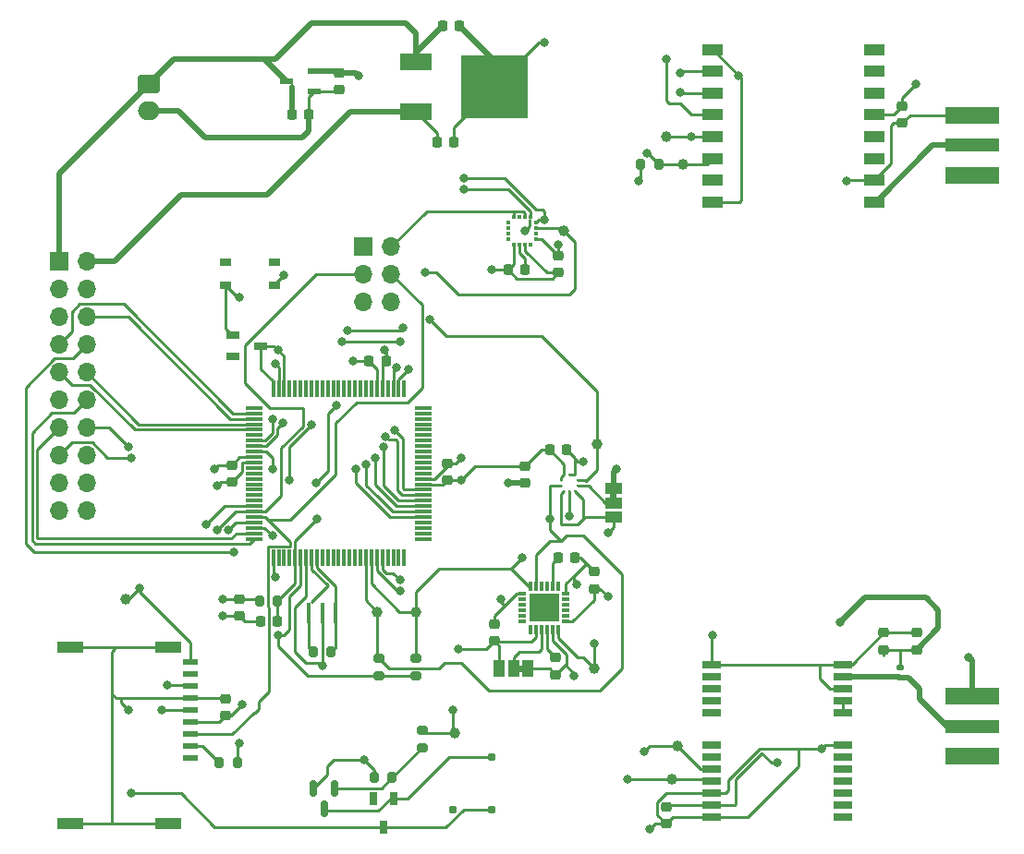
<source format=gtl>
%TF.GenerationSoftware,KiCad,Pcbnew,6.0.9-8da3e8f707~116~ubuntu22.04.1*%
%TF.CreationDate,2023-09-17T15:53:30-04:00*%
%TF.ProjectId,Recovery_DoubleStage,5265636f-7665-4727-995f-446f75626c65,rev?*%
%TF.SameCoordinates,Original*%
%TF.FileFunction,Copper,L1,Top*%
%TF.FilePolarity,Positive*%
%FSLAX46Y46*%
G04 Gerber Fmt 4.6, Leading zero omitted, Abs format (unit mm)*
G04 Created by KiCad (PCBNEW 6.0.9-8da3e8f707~116~ubuntu22.04.1) date 2023-09-17 15:53:30*
%MOMM*%
%LPD*%
G01*
G04 APERTURE LIST*
G04 Aperture macros list*
%AMRoundRect*
0 Rectangle with rounded corners*
0 $1 Rounding radius*
0 $2 $3 $4 $5 $6 $7 $8 $9 X,Y pos of 4 corners*
0 Add a 4 corners polygon primitive as box body*
4,1,4,$2,$3,$4,$5,$6,$7,$8,$9,$2,$3,0*
0 Add four circle primitives for the rounded corners*
1,1,$1+$1,$2,$3*
1,1,$1+$1,$4,$5*
1,1,$1+$1,$6,$7*
1,1,$1+$1,$8,$9*
0 Add four rect primitives between the rounded corners*
20,1,$1+$1,$2,$3,$4,$5,0*
20,1,$1+$1,$4,$5,$6,$7,0*
20,1,$1+$1,$6,$7,$8,$9,0*
20,1,$1+$1,$8,$9,$2,$3,0*%
G04 Aperture macros list end*
%TA.AperFunction,ComponentPad*%
%ADD10RoundRect,0.250000X-0.750000X0.600000X-0.750000X-0.600000X0.750000X-0.600000X0.750000X0.600000X0*%
%TD*%
%TA.AperFunction,ComponentPad*%
%ADD11O,2.000000X1.700000*%
%TD*%
%TA.AperFunction,SMDPad,CuDef*%
%ADD12RoundRect,0.225000X-0.250000X0.225000X-0.250000X-0.225000X0.250000X-0.225000X0.250000X0.225000X0*%
%TD*%
%TA.AperFunction,SMDPad,CuDef*%
%ADD13R,1.500000X0.300000*%
%TD*%
%TA.AperFunction,SMDPad,CuDef*%
%ADD14R,0.300000X1.500000*%
%TD*%
%TA.AperFunction,SMDPad,CuDef*%
%ADD15R,1.220000X0.650000*%
%TD*%
%TA.AperFunction,SMDPad,CuDef*%
%ADD16R,0.275000X0.250000*%
%TD*%
%TA.AperFunction,SMDPad,CuDef*%
%ADD17R,0.250000X0.275000*%
%TD*%
%TA.AperFunction,SMDPad,CuDef*%
%ADD18C,1.000000*%
%TD*%
%TA.AperFunction,SMDPad,CuDef*%
%ADD19R,0.300000X0.450000*%
%TD*%
%TA.AperFunction,SMDPad,CuDef*%
%ADD20R,0.450000X0.300000*%
%TD*%
%TA.AperFunction,SMDPad,CuDef*%
%ADD21RoundRect,0.225000X0.225000X0.250000X-0.225000X0.250000X-0.225000X-0.250000X0.225000X-0.250000X0*%
%TD*%
%TA.AperFunction,SMDPad,CuDef*%
%ADD22R,0.800000X0.350000*%
%TD*%
%TA.AperFunction,SMDPad,CuDef*%
%ADD23R,0.350000X0.850000*%
%TD*%
%TA.AperFunction,SMDPad,CuDef*%
%ADD24R,2.700000X2.600000*%
%TD*%
%TA.AperFunction,SMDPad,CuDef*%
%ADD25RoundRect,0.200000X-0.200000X-0.275000X0.200000X-0.275000X0.200000X0.275000X-0.200000X0.275000X0*%
%TD*%
%TA.AperFunction,SMDPad,CuDef*%
%ADD26RoundRect,0.147500X-0.172500X0.147500X-0.172500X-0.147500X0.172500X-0.147500X0.172500X0.147500X0*%
%TD*%
%TA.AperFunction,SMDPad,CuDef*%
%ADD27R,3.000000X1.600000*%
%TD*%
%TA.AperFunction,SMDPad,CuDef*%
%ADD28R,6.200000X5.800000*%
%TD*%
%TA.AperFunction,SMDPad,CuDef*%
%ADD29RoundRect,0.225000X-0.225000X-0.250000X0.225000X-0.250000X0.225000X0.250000X-0.225000X0.250000X0*%
%TD*%
%TA.AperFunction,SMDPad,CuDef*%
%ADD30R,1.500000X1.000000*%
%TD*%
%TA.AperFunction,ComponentPad*%
%ADD31R,1.700000X1.700000*%
%TD*%
%TA.AperFunction,ComponentPad*%
%ADD32O,1.700000X1.700000*%
%TD*%
%TA.AperFunction,SMDPad,CuDef*%
%ADD33RoundRect,0.200000X0.275000X-0.200000X0.275000X0.200000X-0.275000X0.200000X-0.275000X-0.200000X0*%
%TD*%
%TA.AperFunction,SMDPad,CuDef*%
%ADD34RoundRect,0.200000X-0.275000X0.200000X-0.275000X-0.200000X0.275000X-0.200000X0.275000X0.200000X0*%
%TD*%
%TA.AperFunction,SMDPad,CuDef*%
%ADD35RoundRect,0.200000X0.200000X0.275000X-0.200000X0.275000X-0.200000X-0.275000X0.200000X-0.275000X0*%
%TD*%
%TA.AperFunction,SMDPad,CuDef*%
%ADD36R,0.650000X1.220000*%
%TD*%
%TA.AperFunction,SMDPad,CuDef*%
%ADD37R,5.000000X1.200000*%
%TD*%
%TA.AperFunction,SMDPad,CuDef*%
%ADD38R,5.000000X1.600000*%
%TD*%
%TA.AperFunction,SMDPad,CuDef*%
%ADD39R,2.400000X1.100000*%
%TD*%
%TA.AperFunction,SMDPad,CuDef*%
%ADD40R,1.400000X0.620000*%
%TD*%
%TA.AperFunction,SMDPad,CuDef*%
%ADD41RoundRect,0.175000X0.175000X-0.175000X0.175000X0.175000X-0.175000X0.175000X-0.175000X-0.175000X0*%
%TD*%
%TA.AperFunction,SMDPad,CuDef*%
%ADD42R,1.800000X0.800000*%
%TD*%
%TA.AperFunction,SMDPad,CuDef*%
%ADD43RoundRect,0.225000X0.250000X-0.225000X0.250000X0.225000X-0.250000X0.225000X-0.250000X-0.225000X0*%
%TD*%
%TA.AperFunction,SMDPad,CuDef*%
%ADD44R,1.950000X1.050000*%
%TD*%
%TA.AperFunction,SMDPad,CuDef*%
%ADD45R,1.000000X1.500000*%
%TD*%
%TA.AperFunction,SMDPad,CuDef*%
%ADD46R,1.000000X0.700000*%
%TD*%
%TA.AperFunction,SMDPad,CuDef*%
%ADD47R,0.400000X1.900000*%
%TD*%
%TA.AperFunction,SMDPad,CuDef*%
%ADD48R,1.200000X0.600000*%
%TD*%
%TA.AperFunction,SMDPad,CuDef*%
%ADD49RoundRect,0.150000X-0.150000X0.587500X-0.150000X-0.587500X0.150000X-0.587500X0.150000X0.587500X0*%
%TD*%
%TA.AperFunction,ViaPad*%
%ADD50C,0.800000*%
%TD*%
%TA.AperFunction,Conductor*%
%ADD51C,0.250000*%
%TD*%
%TA.AperFunction,Conductor*%
%ADD52C,0.500000*%
%TD*%
G04 APERTURE END LIST*
%TO.C,JP1*%
G36*
X68119500Y-58054000D02*
G01*
X67519500Y-58054000D01*
X67519500Y-57554000D01*
X68119500Y-57554000D01*
X68119500Y-58054000D01*
G37*
%TO.C,JP2*%
G36*
X59544000Y-73960000D02*
G01*
X59044000Y-73960000D01*
X59044000Y-73360000D01*
X59544000Y-73360000D01*
X59544000Y-73960000D01*
G37*
%TD*%
D10*
%TO.P,J6,1,+*%
%TO.N,+BATT*%
X25264600Y-20015200D03*
D11*
%TO.P,J6,2,-*%
%TO.N,GND*%
X25264600Y-22515200D03*
%TD*%
D12*
%TO.P,C15,1*%
%TO.N,GND*%
X95605600Y-70358000D03*
%TO.P,C15,2*%
%TO.N,+3V3*%
X95605600Y-71908000D03*
%TD*%
D13*
%TO.P,IC1,1,(OC0B)_PG5*%
%TO.N,unconnected-(IC1-Pad1)*%
X34890000Y-49750000D03*
%TO.P,IC1,2,(RXD0/PCINT8)_PE0*%
%TO.N,/RX0*%
X34890000Y-50250000D03*
%TO.P,IC1,3,(TXD0)_PE1*%
%TO.N,/TX0*%
X34890000Y-50750000D03*
%TO.P,IC1,4,(XCK0/AIN0)_PE2*%
%TO.N,/OPT3*%
X34890000Y-51250000D03*
%TO.P,IC1,5,(OC3A/AIN1)_PE3*%
%TO.N,/OPT2*%
X34890000Y-51750000D03*
%TO.P,IC1,6,(OC3B/INT4)_PE4*%
%TO.N,unconnected-(IC1-Pad6)*%
X34890000Y-52250000D03*
%TO.P,IC1,7,(OC3C/INT5)_PE5*%
%TO.N,/MMC_INT*%
X34890000Y-52750000D03*
%TO.P,IC1,8,(T3/INT6)_PE6*%
%TO.N,/BMP_INT*%
X34890000Y-53250000D03*
%TO.P,IC1,9,(CLKO/ICP3/INT7)_PE7*%
%TO.N,/MPU_INT*%
X34890000Y-53750000D03*
%TO.P,IC1,10,VCC_1*%
%TO.N,+3V3*%
X34890000Y-54250000D03*
%TO.P,IC1,11,GND_1*%
%TO.N,GND*%
X34890000Y-54750000D03*
%TO.P,IC1,12,(RXD2)_PH0*%
%TO.N,unconnected-(IC1-Pad12)*%
X34890000Y-55250000D03*
%TO.P,IC1,13,(TXD2)_PH1*%
%TO.N,unconnected-(IC1-Pad13)*%
X34890000Y-55750000D03*
%TO.P,IC1,14,(XCK2)_PH2*%
%TO.N,unconnected-(IC1-Pad14)*%
X34890000Y-56250000D03*
%TO.P,IC1,15,(OC4A)_PH3*%
%TO.N,unconnected-(IC1-Pad15)*%
X34890000Y-56750000D03*
%TO.P,IC1,16,(OC4B)_PH4*%
%TO.N,unconnected-(IC1-Pad16)*%
X34890000Y-57250000D03*
%TO.P,IC1,17,(OC4C)_PH5*%
%TO.N,unconnected-(IC1-Pad17)*%
X34890000Y-57750000D03*
%TO.P,IC1,18,(OC2B)_PH6*%
%TO.N,unconnected-(IC1-Pad18)*%
X34890000Y-58250000D03*
%TO.P,IC1,19,(~{SS}/PCINT0)_PB0*%
%TO.N,/SD_CS*%
X34890000Y-58750000D03*
%TO.P,IC1,20,(SCK/PCINT1)_PB1*%
%TO.N,/SCK*%
X34890000Y-59250000D03*
%TO.P,IC1,21,(MOSI/PCINT2)_PB2*%
%TO.N,/MOSI*%
X34890000Y-59750000D03*
%TO.P,IC1,22,(MISO/PCINT3)_PB3*%
%TO.N,/MISO*%
X34890000Y-60250000D03*
%TO.P,IC1,23,(OC2A/PCINT4)_PB4*%
%TO.N,/Buzzer*%
X34890000Y-60750000D03*
%TO.P,IC1,24,(OC1A/PCINT5)_PB5*%
%TO.N,/OPT5*%
X34890000Y-61250000D03*
%TO.P,IC1,25,(OC1B/PCINT6)_PB6*%
%TO.N,/OPT4*%
X34890000Y-61750000D03*
D14*
%TO.P,IC1,26,(OC0A/OC1C/PCINT7)_PB7*%
%TO.N,/OPT1*%
X36640000Y-63500000D03*
%TO.P,IC1,27,(T4)_PH7*%
%TO.N,unconnected-(IC1-Pad27)*%
X37140000Y-63500000D03*
%TO.P,IC1,28,(TOSC2)_PG3*%
%TO.N,unconnected-(IC1-Pad28)*%
X37640000Y-63500000D03*
%TO.P,IC1,29,(TOSC1)_PG4*%
%TO.N,unconnected-(IC1-Pad29)*%
X38140000Y-63500000D03*
%TO.P,IC1,30,~{RESET}*%
%TO.N,/microcontroller/RESET*%
X38640000Y-63500000D03*
%TO.P,IC1,31,VCC_2*%
%TO.N,+3V3*%
X39140000Y-63500000D03*
%TO.P,IC1,32,GND_2*%
%TO.N,GND*%
X39640000Y-63500000D03*
%TO.P,IC1,33,XTAL2*%
%TO.N,Net-(IC1-Pad33)*%
X40140000Y-63500000D03*
%TO.P,IC1,34,XTAL1*%
%TO.N,Net-(IC1-Pad34)*%
X40640000Y-63500000D03*
%TO.P,IC1,35,(ICP4)_PL0*%
%TO.N,unconnected-(IC1-Pad35)*%
X41140000Y-63500000D03*
%TO.P,IC1,36,(ICP5)_PL1*%
%TO.N,unconnected-(IC1-Pad36)*%
X41640000Y-63500000D03*
%TO.P,IC1,37,(T5)_PL2*%
%TO.N,unconnected-(IC1-Pad37)*%
X42140000Y-63500000D03*
%TO.P,IC1,38,(OC5A)_PL3*%
%TO.N,unconnected-(IC1-Pad38)*%
X42640000Y-63500000D03*
%TO.P,IC1,39,(OC5B)_PL4*%
%TO.N,unconnected-(IC1-Pad39)*%
X43140000Y-63500000D03*
%TO.P,IC1,40,(OC5C)_PL5*%
%TO.N,unconnected-(IC1-Pad40)*%
X43640000Y-63500000D03*
%TO.P,IC1,41,PL6*%
%TO.N,unconnected-(IC1-Pad41)*%
X44140000Y-63500000D03*
%TO.P,IC1,42,PL7*%
%TO.N,unconnected-(IC1-Pad42)*%
X44640000Y-63500000D03*
%TO.P,IC1,43,(SCL/INT0)_PD0*%
%TO.N,/SCL*%
X45140000Y-63500000D03*
%TO.P,IC1,44,(SDA/INT1)_PD1*%
%TO.N,/SDA*%
X45640000Y-63500000D03*
%TO.P,IC1,45,(RXD1/INT2)_PD2*%
%TO.N,/RX1*%
X46140000Y-63500000D03*
%TO.P,IC1,46,(TXD1/INT3)_PD3*%
%TO.N,/TX1*%
X46640000Y-63500000D03*
%TO.P,IC1,47,(ICP1)_PD4*%
%TO.N,unconnected-(IC1-Pad47)*%
X47140000Y-63500000D03*
%TO.P,IC1,48,(XCK1)_PD5*%
%TO.N,unconnected-(IC1-Pad48)*%
X47640000Y-63500000D03*
%TO.P,IC1,49,(T1)_PD6*%
%TO.N,unconnected-(IC1-Pad49)*%
X48140000Y-63500000D03*
%TO.P,IC1,50,(T0)_PD7*%
%TO.N,unconnected-(IC1-Pad50)*%
X48640000Y-63500000D03*
D13*
%TO.P,IC1,51,PG0_(~{WR})*%
%TO.N,unconnected-(IC1-Pad51)*%
X50390000Y-61750000D03*
%TO.P,IC1,52,PG1_(~{RD})*%
%TO.N,unconnected-(IC1-Pad52)*%
X50390000Y-61250000D03*
%TO.P,IC1,53,PC0_(A8)*%
%TO.N,unconnected-(IC1-Pad53)*%
X50390000Y-60750000D03*
%TO.P,IC1,54,PC1_(A9)*%
%TO.N,unconnected-(IC1-Pad54)*%
X50390000Y-60250000D03*
%TO.P,IC1,55,PC2_(A10)*%
%TO.N,/ID1*%
X50390000Y-59750000D03*
%TO.P,IC1,56,PC3_(A11)*%
%TO.N,/ID2*%
X50390000Y-59250000D03*
%TO.P,IC1,57,PC4_(A12)*%
%TO.N,/ID3*%
X50390000Y-58750000D03*
%TO.P,IC1,58,PC5_(A13)*%
%TO.N,/IGNITION*%
X50390000Y-58250000D03*
%TO.P,IC1,59,PC6_(A14)*%
%TO.N,/Relay_1*%
X50390000Y-57750000D03*
%TO.P,IC1,60,PC7_(A15)*%
%TO.N,/Relay_2*%
X50390000Y-57250000D03*
%TO.P,IC1,61,VCC_3*%
%TO.N,+3V3*%
X50390000Y-56750000D03*
%TO.P,IC1,62,GND_3*%
%TO.N,GND*%
X50390000Y-56250000D03*
%TO.P,IC1,63,PJ0_(RXD3/PCINT9)*%
%TO.N,unconnected-(IC1-Pad63)*%
X50390000Y-55750000D03*
%TO.P,IC1,64,PJ1_(TXD3/PCINT10)*%
%TO.N,unconnected-(IC1-Pad64)*%
X50390000Y-55250000D03*
%TO.P,IC1,65,PJ2_(XCK3/PCINT11)*%
%TO.N,unconnected-(IC1-Pad65)*%
X50390000Y-54750000D03*
%TO.P,IC1,66,PJ3_(PCINT12)*%
%TO.N,unconnected-(IC1-Pad66)*%
X50390000Y-54250000D03*
%TO.P,IC1,67,PJ4_(PCINT13)*%
%TO.N,unconnected-(IC1-Pad67)*%
X50390000Y-53750000D03*
%TO.P,IC1,68,PJ5_(PCINT14)*%
%TO.N,unconnected-(IC1-Pad68)*%
X50390000Y-53250000D03*
%TO.P,IC1,69,PJ6_(PCINT15)*%
%TO.N,unconnected-(IC1-Pad69)*%
X50390000Y-52750000D03*
%TO.P,IC1,70,PG2_(ALE)*%
%TO.N,unconnected-(IC1-Pad70)*%
X50390000Y-52250000D03*
%TO.P,IC1,71,PA7_(AD7)*%
%TO.N,unconnected-(IC1-Pad71)*%
X50390000Y-51750000D03*
%TO.P,IC1,72,PA6_(AD6)*%
%TO.N,unconnected-(IC1-Pad72)*%
X50390000Y-51250000D03*
%TO.P,IC1,73,PA5_(AD5)*%
%TO.N,unconnected-(IC1-Pad73)*%
X50390000Y-50750000D03*
%TO.P,IC1,74,PA4_(AD4)*%
%TO.N,unconnected-(IC1-Pad74)*%
X50390000Y-50250000D03*
%TO.P,IC1,75,PA3_(AD3)*%
%TO.N,unconnected-(IC1-Pad75)*%
X50390000Y-49750000D03*
D14*
%TO.P,IC1,76,PA2_(AD2)*%
%TO.N,unconnected-(IC1-Pad76)*%
X48640000Y-48000000D03*
%TO.P,IC1,77,PA1_(AD1)*%
%TO.N,/LoRa_CS*%
X48140000Y-48000000D03*
%TO.P,IC1,78,PA0_(AD0)*%
%TO.N,/LoRa_RESET*%
X47640000Y-48000000D03*
%TO.P,IC1,79,PJ7*%
%TO.N,unconnected-(IC1-Pad79)*%
X47140000Y-48000000D03*
%TO.P,IC1,80,VCC_4*%
%TO.N,+3V3*%
X46640000Y-48000000D03*
%TO.P,IC1,81,GND_4*%
%TO.N,GND*%
X46140000Y-48000000D03*
%TO.P,IC1,82,PK7_(ADC15/PCINT23)*%
%TO.N,unconnected-(IC1-Pad82)*%
X45640000Y-48000000D03*
%TO.P,IC1,83,PK6_(ADC14/PCINT22)*%
%TO.N,unconnected-(IC1-Pad83)*%
X45140000Y-48000000D03*
%TO.P,IC1,84,PK5_(ADC13/PCINT21)*%
%TO.N,unconnected-(IC1-Pad84)*%
X44640000Y-48000000D03*
%TO.P,IC1,85,PK4_(ADC12/PCINT20)*%
%TO.N,unconnected-(IC1-Pad85)*%
X44140000Y-48000000D03*
%TO.P,IC1,86,PK3_(ADC11/PCINT19)*%
%TO.N,unconnected-(IC1-Pad86)*%
X43640000Y-48000000D03*
%TO.P,IC1,87,PK2_(ADC10/PCINT18)*%
%TO.N,unconnected-(IC1-Pad87)*%
X43140000Y-48000000D03*
%TO.P,IC1,88,PK1_(ADC9/PCINT17)*%
%TO.N,unconnected-(IC1-Pad88)*%
X42640000Y-48000000D03*
%TO.P,IC1,89,PK0_(ADC8/PCINT16)*%
%TO.N,unconnected-(IC1-Pad89)*%
X42140000Y-48000000D03*
%TO.P,IC1,90,PF7_(ADC7/TDI)*%
%TO.N,unconnected-(IC1-Pad90)*%
X41640000Y-48000000D03*
%TO.P,IC1,91,PF6_(ADC6/TDO)*%
%TO.N,unconnected-(IC1-Pad91)*%
X41140000Y-48000000D03*
%TO.P,IC1,92,PF5_(ADC5/TMS)*%
%TO.N,unconnected-(IC1-Pad92)*%
X40640000Y-48000000D03*
%TO.P,IC1,93,PF4_(ADC4/TCK)*%
%TO.N,unconnected-(IC1-Pad93)*%
X40140000Y-48000000D03*
%TO.P,IC1,94,PF3_(ADC3)*%
%TO.N,unconnected-(IC1-Pad94)*%
X39640000Y-48000000D03*
%TO.P,IC1,95,PF2_(ADC2)*%
%TO.N,unconnected-(IC1-Pad95)*%
X39140000Y-48000000D03*
%TO.P,IC1,96,PF1_(ADC1)*%
%TO.N,unconnected-(IC1-Pad96)*%
X38640000Y-48000000D03*
%TO.P,IC1,97,PF0_(ADC0)*%
%TO.N,unconnected-(IC1-Pad97)*%
X38140000Y-48000000D03*
%TO.P,IC1,98,AREF*%
%TO.N,+3V3*%
X37640000Y-48000000D03*
%TO.P,IC1,99,GND_5*%
%TO.N,GND*%
X37140000Y-48000000D03*
%TO.P,IC1,100,AVCC*%
%TO.N,+3V3*%
X36640000Y-48000000D03*
%TD*%
D15*
%TO.P,D1,1,A*%
%TO.N,/microcontroller/RESET*%
X32908000Y-43116000D03*
%TO.P,D1,2,NC*%
%TO.N,unconnected-(D1-Pad2)*%
X32908000Y-45016000D03*
%TO.P,D1,3,K*%
%TO.N,+3V3*%
X35528000Y-44066000D03*
%TD*%
D16*
%TO.P,IC5,1,VDDIO*%
%TO.N,+3V3*%
X62992500Y-56396000D03*
%TO.P,IC5,2,SCK*%
%TO.N,/SCL*%
X62992500Y-56896000D03*
D17*
%TO.P,IC5,3,VSS_1*%
%TO.N,GND*%
X63255500Y-57408000D03*
%TO.P,IC5,4,SDI*%
%TO.N,/SDA*%
X63755500Y-57408000D03*
%TO.P,IC5,5,SDO*%
%TO.N,GND*%
X64255500Y-57408000D03*
D16*
%TO.P,IC5,6,CSB*%
%TO.N,Net-(IC5-Pad6)*%
X64518500Y-56896000D03*
%TO.P,IC5,7,INT*%
%TO.N,/BMP_INT*%
X64518500Y-56396000D03*
D17*
%TO.P,IC5,8,VSS_2*%
%TO.N,GND*%
X64255500Y-55884000D03*
%TO.P,IC5,9,VSS_3*%
X63755500Y-55884000D03*
%TO.P,IC5,10,VDD*%
%TO.N,+3V3*%
X63255500Y-55884000D03*
%TD*%
D18*
%TO.P,TP12,1,1*%
%TO.N,/SDA*%
X49752000Y-68450000D03*
%TD*%
D19*
%TO.P,IC3,1,SCL/SPI_SCK*%
%TO.N,/SCL*%
X60186000Y-32253000D03*
%TO.P,IC3,2,VDD*%
%TO.N,+3V3*%
X59686000Y-32253000D03*
%TO.P,IC3,3,NC_1*%
%TO.N,unconnected-(IC3-Pad3)*%
X59186000Y-32253000D03*
%TO.P,IC3,4,SPI_CS*%
%TO.N,+3V3*%
X58686000Y-32253000D03*
D20*
%TO.P,IC3,5,SPI_SDO*%
%TO.N,unconnected-(IC3-Pad5)*%
X58161000Y-32778000D03*
%TO.P,IC3,6,NC_2*%
%TO.N,unconnected-(IC3-Pad6)*%
X58161000Y-33278000D03*
%TO.P,IC3,7,NC_3*%
%TO.N,unconnected-(IC3-Pad7)*%
X58161000Y-33778000D03*
%TO.P,IC3,8,NC_4*%
%TO.N,unconnected-(IC3-Pad8)*%
X58161000Y-34278000D03*
D19*
%TO.P,IC3,9,GND_1*%
%TO.N,GND*%
X58686000Y-34803000D03*
%TO.P,IC3,10,CAP*%
%TO.N,Net-(C21-Pad1)*%
X59186000Y-34803000D03*
%TO.P,IC3,11,GND_2*%
%TO.N,GND*%
X59686000Y-34803000D03*
%TO.P,IC3,12,NC_5*%
%TO.N,unconnected-(IC3-Pad12)*%
X60186000Y-34803000D03*
D20*
%TO.P,IC3,13,VDDIO*%
%TO.N,+3V3*%
X60711000Y-34278000D03*
%TO.P,IC3,14,NC_6*%
%TO.N,unconnected-(IC3-Pad14)*%
X60711000Y-33778000D03*
%TO.P,IC3,15,INT*%
%TO.N,/MMC_INT*%
X60711000Y-33278000D03*
%TO.P,IC3,16,SDA/SPI_SDI*%
%TO.N,/SDA*%
X60711000Y-32778000D03*
%TD*%
D18*
%TO.P,TP14,1,1*%
%TO.N,/Buzzer*%
X53263000Y-79606000D03*
%TD*%
D21*
%TO.P,C21,1*%
%TO.N,Net-(C21-Pad1)*%
X59703000Y-37084000D03*
%TO.P,C21,2*%
%TO.N,GND*%
X58153000Y-37084000D03*
%TD*%
D22*
%TO.P,IC6,1,CLKIN*%
%TO.N,GND*%
X59468000Y-66822000D03*
%TO.P,IC6,2,NC_1*%
%TO.N,unconnected-(IC6-Pad2)*%
X59468000Y-67322000D03*
%TO.P,IC6,3,NC_2*%
%TO.N,unconnected-(IC6-Pad3)*%
X59468000Y-67822000D03*
%TO.P,IC6,4,NC_3*%
%TO.N,unconnected-(IC6-Pad4)*%
X59468000Y-68322000D03*
%TO.P,IC6,5,NC_4*%
%TO.N,unconnected-(IC6-Pad5)*%
X59468000Y-68822000D03*
%TO.P,IC6,6,AUX_DA*%
%TO.N,unconnected-(IC6-Pad6)*%
X59468000Y-69322000D03*
D23*
%TO.P,IC6,7,AUX_CL*%
%TO.N,unconnected-(IC6-Pad7)*%
X60218000Y-70047000D03*
%TO.P,IC6,8,VLOGIC*%
%TO.N,+3V3*%
X60718000Y-70047000D03*
%TO.P,IC6,9,AD0*%
%TO.N,Net-(IC6-Pad9)*%
X61218000Y-70047000D03*
%TO.P,IC6,10,REGOUT*%
%TO.N,Net-(C8-Pad1)*%
X61718000Y-70047000D03*
%TO.P,IC6,11,FSYNC*%
%TO.N,GND*%
X62218000Y-70047000D03*
%TO.P,IC6,12,INT*%
%TO.N,/MPU_INT*%
X62718000Y-70047000D03*
D22*
%TO.P,IC6,13,VDD*%
%TO.N,+3V3*%
X63468000Y-69322000D03*
%TO.P,IC6,14,NC_5*%
%TO.N,unconnected-(IC6-Pad14)*%
X63468000Y-68822000D03*
%TO.P,IC6,15,NC_6*%
%TO.N,unconnected-(IC6-Pad15)*%
X63468000Y-68322000D03*
%TO.P,IC6,16,NC_7*%
%TO.N,unconnected-(IC6-Pad16)*%
X63468000Y-67822000D03*
%TO.P,IC6,17,NC_8*%
%TO.N,unconnected-(IC6-Pad17)*%
X63468000Y-67322000D03*
%TO.P,IC6,18,GND*%
%TO.N,GND*%
X63468000Y-66822000D03*
D23*
%TO.P,IC6,19,RESV_1*%
%TO.N,unconnected-(IC6-Pad19)*%
X62718000Y-66097000D03*
%TO.P,IC6,20,CPOUT*%
%TO.N,Net-(C6-Pad2)*%
X62218000Y-66097000D03*
%TO.P,IC6,21,RESV_2*%
%TO.N,unconnected-(IC6-Pad21)*%
X61718000Y-66097000D03*
%TO.P,IC6,22,RESV_3*%
%TO.N,unconnected-(IC6-Pad22)*%
X61218000Y-66097000D03*
%TO.P,IC6,23,SCL*%
%TO.N,/SCL*%
X60718000Y-66097000D03*
%TO.P,IC6,24,SDA*%
%TO.N,/SDA*%
X60218000Y-66097000D03*
D24*
%TO.P,IC6,25,EP*%
%TO.N,unconnected-(IC6-Pad25)*%
X61468000Y-68072000D03*
%TD*%
D12*
%TO.P,C22,1*%
%TO.N,+3V3*%
X62747000Y-35801000D03*
%TO.P,C22,2*%
%TO.N,GND*%
X62747000Y-37351000D03*
%TD*%
D25*
%TO.P,R2,1*%
%TO.N,+3V3*%
X35402000Y-67434000D03*
%TO.P,R2,2*%
%TO.N,/microcontroller/RESET*%
X37052000Y-67434000D03*
%TD*%
D18*
%TO.P,TP10,1,1*%
%TO.N,/TX1*%
X73152000Y-83820000D03*
%TD*%
%TO.P,TP2,1,1*%
%TO.N,/MPU_INT*%
X66040000Y-73660000D03*
%TD*%
%TO.P,TP13,1,1*%
%TO.N,/SCL*%
X46196000Y-68450000D03*
%TD*%
D26*
%TO.P,L1,1,1*%
%TO.N,+3V3*%
X94081600Y-73553600D03*
%TO.P,L1,2,2*%
%TO.N,/ANT_NEO*%
X94081600Y-74523600D03*
%TD*%
D12*
%TO.P,C3,1*%
%TO.N,+3V3*%
X33528000Y-67297000D03*
%TO.P,C3,2*%
%TO.N,GND*%
X33528000Y-68847000D03*
%TD*%
D27*
%TO.P,U1,1,VIN*%
%TO.N,+BATT*%
X49716000Y-18035000D03*
D28*
%TO.P,U1,2,GND*%
%TO.N,GND*%
X56896000Y-20320000D03*
D27*
%TO.P,U1,3,VOUT*%
%TO.N,+5V*%
X49716000Y-22605000D03*
%TD*%
D29*
%TO.P,C10,1*%
%TO.N,+3V3*%
X61964500Y-53598000D03*
%TO.P,C10,2*%
%TO.N,GND*%
X63514500Y-53598000D03*
%TD*%
D30*
%TO.P,JP1,1,A*%
%TO.N,+3V3*%
X67819500Y-57154000D03*
%TO.P,JP1,2,C*%
%TO.N,Net-(IC5-Pad6)*%
X67819500Y-58454000D03*
%TO.P,JP1,3,B*%
%TO.N,GND*%
X67819500Y-59754000D03*
%TD*%
D31*
%TO.P,J1,1,Pin_1*%
%TO.N,/MISO*%
X44921000Y-34937000D03*
D32*
%TO.P,J1,2,Pin_2*%
%TO.N,+3V3*%
X47461000Y-34937000D03*
%TO.P,J1,3,Pin_3*%
%TO.N,/SCK*%
X44921000Y-37477000D03*
%TO.P,J1,4,Pin_4*%
%TO.N,/MOSI*%
X47461000Y-37477000D03*
%TO.P,J1,5,Pin_5*%
%TO.N,/microcontroller/RESET*%
X44921000Y-40017000D03*
%TO.P,J1,6,Pin_6*%
%TO.N,GND*%
X47461000Y-40017000D03*
%TD*%
D12*
%TO.P,C5,1*%
%TO.N,+3V3*%
X32870000Y-54985000D03*
%TO.P,C5,2*%
%TO.N,GND*%
X32870000Y-56535000D03*
%TD*%
%TO.P,C7,1*%
%TO.N,GND*%
X66028000Y-64785000D03*
%TO.P,C7,2*%
%TO.N,+3V3*%
X66028000Y-66335000D03*
%TD*%
D25*
%TO.P,R7,1*%
%TO.N,GND*%
X45898000Y-83670000D03*
%TO.P,R7,2*%
%TO.N,Net-(Q1-Pad1)*%
X47548000Y-83670000D03*
%TD*%
%TO.P,R1,1*%
%TO.N,Net-(IC1-Pad33)*%
X40300000Y-72130000D03*
%TO.P,R1,2*%
%TO.N,Net-(IC1-Pad34)*%
X41950000Y-72130000D03*
%TD*%
D33*
%TO.P,R3,1*%
%TO.N,+3V3*%
X46323000Y-74355000D03*
%TO.P,R3,2*%
%TO.N,/SCL*%
X46323000Y-72705000D03*
%TD*%
D18*
%TO.P,TP1,1,1*%
%TO.N,/MMC_INT*%
X63255000Y-33528000D03*
%TD*%
%TO.P,TP5,1,1*%
%TO.N,/LoRa_CS*%
X72644000Y-24892000D03*
%TD*%
D21*
%TO.P,C1,1*%
%TO.N,/microcontroller/RESET*%
X37002000Y-69339000D03*
%TO.P,C1,2*%
%TO.N,GND*%
X35452000Y-69339000D03*
%TD*%
D34*
%TO.P,R6,1*%
%TO.N,/Buzzer*%
X50279000Y-79302000D03*
%TO.P,R6,2*%
%TO.N,Net-(Q1-Pad1)*%
X50279000Y-80952000D03*
%TD*%
D35*
%TO.P,R8,1*%
%TO.N,/LoRa_RESET*%
X71945000Y-27432000D03*
%TO.P,R8,2*%
%TO.N,+3V3*%
X70295000Y-27432000D03*
%TD*%
D12*
%TO.P,C14,1*%
%TO.N,GND*%
X92557600Y-70358000D03*
%TO.P,C14,2*%
%TO.N,+3V3*%
X92557600Y-71908000D03*
%TD*%
D36*
%TO.P,D2,1,A*%
%TO.N,Net-(BZ1-Pad3)*%
X47686000Y-85558000D03*
%TO.P,D2,2,NC*%
%TO.N,unconnected-(D2-Pad2)*%
X45786000Y-85558000D03*
%TO.P,D2,3,K*%
%TO.N,+5V*%
X46736000Y-88178000D03*
%TD*%
D18*
%TO.P,TP11,1,1*%
%TO.N,/RX1*%
X73660000Y-80772000D03*
%TD*%
D12*
%TO.P,C12,1*%
%TO.N,+3V3*%
X94262726Y-22085000D03*
%TO.P,C12,2*%
%TO.N,GND*%
X94262726Y-23635000D03*
%TD*%
D21*
%TO.P,C4,1*%
%TO.N,+3V3*%
X46980000Y-45460000D03*
%TO.P,C4,2*%
%TO.N,GND*%
X45430000Y-45460000D03*
%TD*%
D37*
%TO.P,J3,1,In*%
%TO.N,/ANT_NEO*%
X100657000Y-78943200D03*
D38*
%TO.P,J3,2,Ext*%
%TO.N,GND*%
X100657000Y-76173200D03*
%TO.P,J3,3*%
%TO.N,N/C*%
X100657000Y-81713200D03*
%TD*%
D39*
%TO.P,J5,MP1,SHIELD*%
%TO.N,GND*%
X27061000Y-71681000D03*
%TO.P,J5,MP2,SHIELD*%
X18061000Y-71681000D03*
%TO.P,J5,MP3,SHIELD*%
X18061000Y-87831000D03*
%TO.P,J5,MP4,SHIELD*%
X27061000Y-87831000D03*
D40*
%TO.P,J5,P1,DAT2*%
%TO.N,unconnected-(J5-PadP1)*%
X29061000Y-81861000D03*
%TO.P,J5,P2,CD/DAT3*%
%TO.N,Net-(J5-PadP2)*%
X29061000Y-80761000D03*
%TO.P,J5,P3,CMD*%
%TO.N,/MOSI*%
X29061000Y-79661000D03*
%TO.P,J5,P4,VDD*%
%TO.N,+3V3*%
X29061000Y-78561000D03*
%TO.P,J5,P5,CLK*%
%TO.N,/SCK*%
X29061000Y-77461000D03*
%TO.P,J5,P6,VSS*%
%TO.N,GND*%
X29061000Y-76361000D03*
%TO.P,J5,P7,DAT0*%
%TO.N,/MISO*%
X29061000Y-75261000D03*
%TO.P,J5,P8,DAT1*%
%TO.N,unconnected-(J5-PadP8)*%
X29061000Y-74161000D03*
%TO.P,J5,P9,CD*%
%TO.N,/SD_CS*%
X29061000Y-73061000D03*
%TD*%
D21*
%TO.P,C6,1*%
%TO.N,GND*%
X64275000Y-63500000D03*
%TO.P,C6,2*%
%TO.N,Net-(C6-Pad2)*%
X62725000Y-63500000D03*
%TD*%
D41*
%TO.P,BZ1,1*%
%TO.N,N/C*%
X53086000Y-86563200D03*
%TO.P,BZ1,2,+*%
%TO.N,+5V*%
X56642000Y-86563200D03*
%TO.P,BZ1,3,+*%
%TO.N,Net-(BZ1-Pad3)*%
X56642000Y-81737200D03*
%TD*%
D21*
%TO.P,C18,1*%
%TO.N,GND*%
X53217000Y-25400000D03*
%TO.P,C18,2*%
%TO.N,+5V*%
X51667000Y-25400000D03*
%TD*%
D42*
%TO.P,IC4,1,RESERVED_1*%
%TO.N,unconnected-(IC4-Pad1)*%
X88804000Y-87264000D03*
%TO.P,IC4,2,SS_N*%
%TO.N,unconnected-(IC4-Pad2)*%
X88804000Y-86164000D03*
%TO.P,IC4,3,TIMEPULSE*%
%TO.N,unconnected-(IC4-Pad3)*%
X88804000Y-85064000D03*
%TO.P,IC4,4,EXTINT0*%
%TO.N,unconnected-(IC4-Pad4)*%
X88804000Y-83964000D03*
%TO.P,IC4,5,USB_DM*%
%TO.N,unconnected-(IC4-Pad5)*%
X88804000Y-82864000D03*
%TO.P,IC4,6,USB_DP*%
%TO.N,unconnected-(IC4-Pad6)*%
X88804000Y-81764000D03*
%TO.P,IC4,7,VDDUSB*%
%TO.N,GND*%
X88804000Y-80664000D03*
%TO.P,IC4,8,RESERVED_2*%
%TO.N,Net-(IC4-Pad8)*%
X88804000Y-77664000D03*
%TO.P,IC4,9,VCC_RF*%
X88804000Y-76564000D03*
%TO.P,IC4,10,GND_1*%
%TO.N,GND*%
X88804000Y-75464000D03*
%TO.P,IC4,11,RF_IN*%
%TO.N,/ANT_NEO*%
X88804000Y-74364000D03*
%TO.P,IC4,12,GND_2*%
%TO.N,GND*%
X88804000Y-73264000D03*
%TO.P,IC4,13,GND_3*%
X76804000Y-73264000D03*
%TO.P,IC4,14,MOSI/CFG_COM0*%
%TO.N,unconnected-(IC4-Pad14)*%
X76804000Y-74364000D03*
%TO.P,IC4,15,MISO/CFG_COM1*%
%TO.N,unconnected-(IC4-Pad15)*%
X76804000Y-75464000D03*
%TO.P,IC4,16,CFG_GPS0/SCK*%
%TO.N,unconnected-(IC4-Pad16)*%
X76804000Y-76564000D03*
%TO.P,IC4,17,RESERVED_3*%
%TO.N,unconnected-(IC4-Pad17)*%
X76804000Y-77664000D03*
%TO.P,IC4,18,SDA2*%
%TO.N,unconnected-(IC4-Pad18)*%
X76804000Y-80664000D03*
%TO.P,IC4,19,SCL2*%
%TO.N,unconnected-(IC4-Pad19)*%
X76804000Y-81764000D03*
%TO.P,IC4,20,TXD1*%
%TO.N,/RX1*%
X76804000Y-82864000D03*
%TO.P,IC4,21,RXD1*%
%TO.N,/TX1*%
X76804000Y-83964000D03*
%TO.P,IC4,22,V_BCKP*%
%TO.N,GND*%
X76804000Y-85064000D03*
%TO.P,IC4,23,VCC*%
%TO.N,+3V3*%
X76804000Y-86164000D03*
%TO.P,IC4,24,GND_4*%
%TO.N,GND*%
X76804000Y-87264000D03*
%TD*%
D43*
%TO.P,C16,1*%
%TO.N,+3V3*%
X32253000Y-77991000D03*
%TO.P,C16,2*%
%TO.N,GND*%
X32253000Y-76441000D03*
%TD*%
D37*
%TO.P,J4,1,In*%
%TO.N,/ANT_LORA*%
X100690000Y-25654000D03*
D38*
%TO.P,J4,2,Ext*%
%TO.N,GND*%
X100690000Y-22884000D03*
%TO.P,J4,3*%
%TO.N,N/C*%
X100690000Y-28424000D03*
%TD*%
D43*
%TO.P,C20,1*%
%TO.N,GND*%
X42672000Y-20587000D03*
%TO.P,C20,2*%
%TO.N,+3V3*%
X42672000Y-19037000D03*
%TD*%
D12*
%TO.P,C8,1*%
%TO.N,Net-(C8-Pad1)*%
X62484000Y-72644000D03*
%TO.P,C8,2*%
%TO.N,GND*%
X62484000Y-74194000D03*
%TD*%
D43*
%TO.P,C2,1*%
%TO.N,+3V3*%
X52555000Y-56395000D03*
%TO.P,C2,2*%
%TO.N,GND*%
X52555000Y-54845000D03*
%TD*%
D31*
%TO.P,J2,1,Pin_1*%
%TO.N,+BATT*%
X17013000Y-36327000D03*
D32*
%TO.P,J2,2,Pin_2*%
%TO.N,+5V*%
X19553000Y-36327000D03*
%TO.P,J2,3,Pin_3*%
%TO.N,+3V3*%
X17013000Y-38867000D03*
%TO.P,J2,4,Pin_4*%
%TO.N,/SDA*%
X19553000Y-38867000D03*
%TO.P,J2,5,Pin_5*%
%TO.N,/SCL*%
X17013000Y-41407000D03*
%TO.P,J2,6,Pin_6*%
%TO.N,/TX0*%
X19553000Y-41407000D03*
%TO.P,J2,7,Pin_7*%
%TO.N,/RX0*%
X17013000Y-43947000D03*
%TO.P,J2,8,Pin_8*%
%TO.N,/OPT1*%
X19553000Y-43947000D03*
%TO.P,J2,9,Pin_9*%
%TO.N,/OPT2*%
X17013000Y-46487000D03*
%TO.P,J2,10,Pin_10*%
%TO.N,/OPT3*%
X19553000Y-46487000D03*
%TO.P,J2,11,Pin_11*%
%TO.N,GND*%
X17013000Y-49027000D03*
%TO.P,J2,12,Pin_12*%
%TO.N,/OPT4*%
X19553000Y-49027000D03*
%TO.P,J2,13,Pin_13*%
%TO.N,/OPT5*%
X17013000Y-51567000D03*
%TO.P,J2,14,Pin_14*%
%TO.N,/IGNITION*%
X19553000Y-51567000D03*
%TO.P,J2,15,Pin_15*%
%TO.N,/ID3*%
X17013000Y-54107000D03*
%TO.P,J2,16,Pin_16*%
%TO.N,/Relay_2*%
X19553000Y-54107000D03*
%TO.P,J2,17,Pin_17*%
%TO.N,/Relay_1*%
X17013000Y-56647000D03*
%TO.P,J2,18,Pin_18*%
%TO.N,/ID2*%
X19553000Y-56647000D03*
%TO.P,J2,19,Pin_19*%
%TO.N,/ID1*%
X17013000Y-59187000D03*
%TO.P,J2,20,Pin_20*%
%TO.N,GND*%
X19553000Y-59187000D03*
%TD*%
D33*
%TO.P,R4,1*%
%TO.N,+3V3*%
X49752000Y-74355000D03*
%TO.P,R4,2*%
%TO.N,/SDA*%
X49752000Y-72705000D03*
%TD*%
D44*
%TO.P,U2,1,GND*%
%TO.N,GND*%
X76928000Y-16876000D03*
%TO.P,U2,2,MISO*%
%TO.N,/MISO*%
X76928000Y-18876000D03*
%TO.P,U2,3,MOSI*%
%TO.N,/MOSI*%
X76928000Y-20876000D03*
%TO.P,U2,4,SCK*%
%TO.N,/SCK*%
X76928000Y-22876000D03*
%TO.P,U2,5,NSS*%
%TO.N,/LoRa_CS*%
X76928000Y-24876000D03*
%TO.P,U2,6,RESET*%
%TO.N,/LoRa_RESET*%
X76928000Y-26876000D03*
%TO.P,U2,7,DIO5*%
%TO.N,unconnected-(U2-Pad7)*%
X76928000Y-28876000D03*
%TO.P,U2,8,GND@1*%
%TO.N,GND*%
X76928000Y-30876000D03*
%TO.P,U2,9,ANT*%
%TO.N,/ANT_LORA*%
X91728000Y-30876000D03*
%TO.P,U2,10,GND@2*%
%TO.N,GND*%
X91728000Y-28876000D03*
%TO.P,U2,11,DIO3*%
%TO.N,unconnected-(U2-Pad11)*%
X91728000Y-26876000D03*
%TO.P,U2,12,DIO4*%
%TO.N,unconnected-(U2-Pad12)*%
X91728000Y-24876000D03*
%TO.P,U2,13,3_3V*%
%TO.N,+3V3*%
X91728000Y-22876000D03*
%TO.P,U2,14,DIO0*%
%TO.N,unconnected-(U2-Pad14)*%
X91728000Y-20876000D03*
%TO.P,U2,15,DIO1*%
%TO.N,unconnected-(U2-Pad15)*%
X91728000Y-18876000D03*
%TO.P,U2,16,DIO2*%
%TO.N,unconnected-(U2-Pad16)*%
X91728000Y-16876000D03*
%TD*%
D18*
%TO.P,TP6,1,1*%
%TO.N,/LoRa_RESET*%
X74168000Y-27432000D03*
%TD*%
D45*
%TO.P,JP2,1,A*%
%TO.N,GND*%
X59944000Y-73660000D03*
%TO.P,JP2,2,C*%
%TO.N,Net-(IC6-Pad9)*%
X58644000Y-73660000D03*
%TO.P,JP2,3,B*%
%TO.N,+3V3*%
X57344000Y-73660000D03*
%TD*%
D18*
%TO.P,TP3,1,1*%
%TO.N,/BMP_INT*%
X66295500Y-53090000D03*
%TD*%
D25*
%TO.P,R9,1*%
%TO.N,Net-(J5-PadP2)*%
X31687000Y-82296000D03*
%TO.P,R9,2*%
%TO.N,+3V3*%
X33337000Y-82296000D03*
%TD*%
D29*
%TO.P,C19,1*%
%TO.N,+BATT*%
X38341000Y-22860000D03*
%TO.P,C19,2*%
%TO.N,GND*%
X39891000Y-22860000D03*
%TD*%
D46*
%TO.P,SW1,1,1*%
%TO.N,GND*%
X36762000Y-38537000D03*
%TO.P,SW1,2,2*%
%TO.N,/microcontroller/RESET*%
X32262000Y-38537000D03*
%TO.P,SW1,3*%
%TO.N,N/C*%
X36762000Y-36387000D03*
%TO.P,SW1,4*%
X32262000Y-36387000D03*
%TD*%
D12*
%TO.P,C13,1*%
%TO.N,+3V3*%
X72644000Y-86334000D03*
%TO.P,C13,2*%
%TO.N,GND*%
X72644000Y-87884000D03*
%TD*%
D47*
%TO.P,Y1,1,INPUT*%
%TO.N,Net-(IC1-Pad33)*%
X39925000Y-68530000D03*
%TO.P,Y1,2,GND*%
%TO.N,GND*%
X41125000Y-68530000D03*
%TO.P,Y1,3,OUTPUT*%
%TO.N,Net-(IC1-Pad34)*%
X42325000Y-68530000D03*
%TD*%
D48*
%TO.P,IC2,1,GND*%
%TO.N,GND*%
X40366000Y-20762000D03*
%TO.P,IC2,2,VOUT*%
%TO.N,+3V3*%
X40366000Y-18862000D03*
%TO.P,IC2,3,VIN*%
%TO.N,+BATT*%
X37866000Y-19812000D03*
%TD*%
D12*
%TO.P,C11,1*%
%TO.N,+3V3*%
X59691500Y-55096000D03*
%TO.P,C11,2*%
%TO.N,GND*%
X59691500Y-56646000D03*
%TD*%
D49*
%TO.P,Q1,1,G*%
%TO.N,Net-(Q1-Pad1)*%
X42250400Y-84609700D03*
%TO.P,Q1,2,S*%
%TO.N,GND*%
X40350400Y-84609700D03*
%TO.P,Q1,3,D*%
%TO.N,Net-(BZ1-Pad3)*%
X41300400Y-86484700D03*
%TD*%
D18*
%TO.P,TP4,1,1*%
%TO.N,/SD_CS*%
X23114000Y-67310000D03*
%TD*%
D43*
%TO.P,C9,1*%
%TO.N,+3V3*%
X56896000Y-71120000D03*
%TO.P,C9,2*%
%TO.N,GND*%
X56896000Y-69570000D03*
%TD*%
D29*
%TO.P,C17,1*%
%TO.N,+BATT*%
X52175000Y-14732000D03*
%TO.P,C17,2*%
%TO.N,GND*%
X53725000Y-14732000D03*
%TD*%
D50*
%TO.N,GND*%
X100380800Y-72593200D03*
%TO.N,/microcontroller/RESET*%
X42418000Y-49530000D03*
X40581700Y-56583700D03*
X33528000Y-39624000D03*
X40640000Y-59944000D03*
%TO.N,GND*%
X64465200Y-65938400D03*
X56642000Y-37084000D03*
X61468000Y-16256000D03*
X67310000Y-61214000D03*
X64211200Y-74320400D03*
X31496000Y-56896000D03*
X89154000Y-28956000D03*
X86868000Y-81026000D03*
X36830000Y-45720000D03*
X65024000Y-54660800D03*
X76911200Y-70612000D03*
X44958000Y-82042000D03*
X71120000Y-88392000D03*
X58166000Y-56642000D03*
X43942000Y-45466000D03*
X53848000Y-54356000D03*
X37592000Y-37592000D03*
X41148000Y-73406000D03*
X57505600Y-67310000D03*
X79248000Y-19304000D03*
X32004000Y-68834000D03*
X23368000Y-77470000D03*
%TO.N,+3V3*%
X44450000Y-19304000D03*
X67310000Y-67056000D03*
X68072000Y-55372000D03*
X95504000Y-20066000D03*
X53848000Y-56388000D03*
X31242000Y-55372000D03*
X70104000Y-28956000D03*
X62733701Y-34802299D03*
X46820500Y-44450000D03*
X82804000Y-82296000D03*
X88544400Y-69443600D03*
X37084000Y-44450000D03*
X33782000Y-76962000D03*
X33528000Y-80518000D03*
X32004000Y-67310000D03*
X53594000Y-71882000D03*
X37084000Y-70612000D03*
%TO.N,+5V*%
X23622000Y-85090000D03*
%TO.N,/MMC_INT*%
X48514000Y-42418000D03*
X50546000Y-37338000D03*
X36576000Y-50800000D03*
X43434000Y-42672000D03*
%TO.N,/BMP_INT*%
X48260000Y-43688000D03*
X37524211Y-51116070D03*
X42926000Y-43688000D03*
X51016500Y-41656000D03*
%TO.N,/MPU_INT*%
X66040000Y-71374000D03*
X36576000Y-55372000D03*
%TO.N,/SD_CS*%
X24384000Y-66294000D03*
X30480000Y-60452000D03*
%TO.N,/SCK*%
X72644000Y-17780000D03*
X31499949Y-60947452D03*
X26416000Y-77470000D03*
%TO.N,/MOSI*%
X73914000Y-20828000D03*
%TO.N,/MISO*%
X26924000Y-75184000D03*
X73914000Y-19050000D03*
X40132000Y-51308000D03*
X32512000Y-60960000D03*
X38100000Y-56388000D03*
%TO.N,/Buzzer*%
X53086000Y-77470000D03*
X36571701Y-61472299D03*
%TO.N,/OPT1*%
X36851500Y-65278000D03*
X33020000Y-62992000D03*
%TO.N,/SCL*%
X59690000Y-33528000D03*
X61976000Y-59944000D03*
X54102000Y-29718000D03*
%TO.N,/SDA*%
X54102000Y-28702000D03*
X59436000Y-63500000D03*
X63755500Y-59688500D03*
X61468000Y-32512000D03*
%TO.N,/RX1*%
X70612000Y-81280000D03*
X48260000Y-66548000D03*
%TO.N,/TX1*%
X69088000Y-83820000D03*
X48260000Y-65532000D03*
%TO.N,/ID3*%
X46009155Y-54356000D03*
X23622000Y-54356000D03*
%TO.N,/IGNITION*%
X23368000Y-53340000D03*
X46733655Y-53352333D03*
%TO.N,/ID1*%
X44196000Y-55372000D03*
%TO.N,/ID2*%
X45166258Y-54893150D03*
%TO.N,/Relay_1*%
X46920364Y-52370424D03*
%TO.N,/Relay_2*%
X47752000Y-51816000D03*
%TO.N,/LoRa_CS*%
X74930000Y-24892000D03*
X49022000Y-46228000D03*
%TO.N,/LoRa_RESET*%
X47947542Y-46068375D03*
X70866000Y-26416000D03*
%TD*%
D51*
%TO.N,Net-(IC1-Pad33)*%
X40140000Y-63500000D02*
X40140000Y-64554396D01*
X40140000Y-64554396D02*
X41640802Y-66055198D01*
X41640802Y-66055198D02*
X40132000Y-67564000D01*
%TO.N,GND*%
X39640000Y-67040000D02*
X39640000Y-63500000D01*
X39640000Y-63500000D02*
X39624000Y-63484000D01*
D52*
X100657000Y-72869400D02*
X100380800Y-72593200D01*
X100657000Y-76173200D02*
X100657000Y-72869400D01*
%TO.N,+BATT*%
X17013000Y-36327000D02*
X17013000Y-28266800D01*
X17013000Y-28266800D02*
X25264600Y-20015200D01*
%TO.N,GND*%
X30384000Y-24936000D02*
X27963200Y-22515200D01*
X27963200Y-22515200D02*
X25264600Y-22515200D01*
X30384000Y-24936000D02*
X39326000Y-24936000D01*
%TO.N,+BATT*%
X25264600Y-20015200D02*
X27543800Y-17736000D01*
X27543800Y-17736000D02*
X35790000Y-17736000D01*
D51*
%TO.N,/microcontroller/RESET*%
X32262000Y-42470000D02*
X32908000Y-43116000D01*
X37052000Y-67434000D02*
X37052000Y-69289000D01*
X41656000Y-55509400D02*
X40581700Y-56583700D01*
X32262000Y-38537000D02*
X32262000Y-42470000D01*
X38640000Y-65846000D02*
X38640000Y-65500000D01*
X38640000Y-65500000D02*
X38640000Y-63500000D01*
X38640000Y-63500000D02*
X38640000Y-61944000D01*
X41656000Y-50292000D02*
X41656000Y-55509400D01*
X38640000Y-61944000D02*
X40640000Y-59944000D01*
X37052000Y-69289000D02*
X37002000Y-69339000D01*
X37052000Y-67434000D02*
X38640000Y-65846000D01*
X33528000Y-39624000D02*
X33349000Y-39624000D01*
X42418000Y-49530000D02*
X41656000Y-50292000D01*
X33349000Y-39624000D02*
X32262000Y-38537000D01*
%TO.N,GND*%
X29061000Y-76361000D02*
X32173000Y-76361000D01*
X58686000Y-36551000D02*
X58686000Y-34803000D01*
X64168400Y-65133600D02*
X64168400Y-65641600D01*
X91728000Y-28876000D02*
X89234000Y-28876000D01*
X22699000Y-76361000D02*
X29061000Y-76361000D01*
X21897000Y-72083000D02*
X22098000Y-71882000D01*
X57869200Y-67876800D02*
X58924000Y-66822000D01*
X41125000Y-73129000D02*
X41148000Y-73152000D01*
X81197400Y-81007000D02*
X78333600Y-83870800D01*
X58924000Y-66822000D02*
X59468000Y-66822000D01*
X65024000Y-59944000D02*
X65024000Y-58176500D01*
X39891000Y-21237000D02*
X40366000Y-20762000D01*
X39624000Y-73152000D02*
X38608000Y-72136000D01*
X40366000Y-20762000D02*
X42497000Y-20762000D01*
X64168400Y-65641600D02*
X64465200Y-65938400D01*
X87654000Y-75464000D02*
X86726000Y-74536000D01*
X71844000Y-85881183D02*
X71844000Y-87084000D01*
X18061000Y-71681000D02*
X27061000Y-71681000D01*
X65024000Y-58176500D02*
X64255500Y-57408000D01*
X62484000Y-74194000D02*
X61950000Y-73660000D01*
X71628000Y-87884000D02*
X71120000Y-88392000D01*
X56896000Y-20320000D02*
X60960000Y-16256000D01*
X21897000Y-75999000D02*
X21897000Y-72083000D01*
X91728000Y-28876000D02*
X93246726Y-27357274D01*
X32017000Y-68847000D02*
X32004000Y-68834000D01*
X64168400Y-65133600D02*
X65266000Y-64036000D01*
X89234000Y-28876000D02*
X89154000Y-28956000D01*
X40350400Y-84609700D02*
X41605200Y-83354900D01*
X64255500Y-54413300D02*
X64255500Y-55884000D01*
X80122000Y-87264000D02*
X84753400Y-82632600D01*
X21897000Y-87831000D02*
X27061000Y-87831000D01*
X76928000Y-30876000D02*
X79360000Y-30876000D01*
X76804000Y-73264000D02*
X88804000Y-73264000D01*
X53359000Y-54845000D02*
X53848000Y-54356000D01*
X42497000Y-20762000D02*
X42672000Y-20587000D01*
X71844000Y-87084000D02*
X72644000Y-87884000D01*
X60960000Y-16256000D02*
X61468000Y-16256000D01*
X58153000Y-37084000D02*
X58686000Y-36551000D01*
X31857000Y-56535000D02*
X31496000Y-56896000D01*
X38608000Y-72136000D02*
X38608000Y-68072000D01*
X37140000Y-46030000D02*
X36830000Y-45720000D01*
X52555000Y-54845000D02*
X53359000Y-54845000D01*
X84753400Y-81007000D02*
X81197400Y-81007000D01*
X32870000Y-56535000D02*
X33815000Y-55590000D01*
X64275000Y-63500000D02*
X64743000Y-63500000D01*
X41605200Y-82600800D02*
X42164000Y-82042000D01*
X64516000Y-60452000D02*
X65024000Y-59944000D01*
X63500000Y-72407183D02*
X63500000Y-73178000D01*
X95605600Y-70358000D02*
X92557600Y-70358000D01*
X78333600Y-84785200D02*
X78054800Y-85064000D01*
X35452000Y-69339000D02*
X34020000Y-69339000D01*
X32870000Y-56535000D02*
X31857000Y-56535000D01*
X45898000Y-82982000D02*
X44958000Y-82042000D01*
X67819500Y-59754000D02*
X67819500Y-60704500D01*
X59686000Y-35328000D02*
X61709000Y-37351000D01*
X41125000Y-68530000D02*
X41125000Y-73129000D01*
X45430000Y-45460000D02*
X43948000Y-45460000D01*
X34020000Y-69339000D02*
X33528000Y-68847000D01*
X41148000Y-73152000D02*
X41148000Y-73406000D01*
X79502000Y-19450000D02*
X76928000Y-16876000D01*
X72661183Y-85064000D02*
X71844000Y-85881183D01*
X63468000Y-65834000D02*
X64168400Y-65133600D01*
D52*
X58170000Y-56646000D02*
X58166000Y-56642000D01*
X39326000Y-24936000D02*
X39891000Y-24371000D01*
D51*
X32173000Y-76361000D02*
X32253000Y-76441000D01*
X88804000Y-80664000D02*
X87230000Y-80664000D01*
X45898000Y-83670000D02*
X45898000Y-82982000D01*
X36762000Y-38537000D02*
X36762000Y-38422000D01*
X64211200Y-74320400D02*
X64211200Y-74117200D01*
X57505600Y-67310000D02*
X57505600Y-67513200D01*
X56896000Y-69570000D02*
X56896000Y-68850000D01*
X64503000Y-54660800D02*
X64255500Y-54413300D01*
X88804000Y-75464000D02*
X87654000Y-75464000D01*
X65024000Y-59944000D02*
X65214000Y-59754000D01*
X65024000Y-54660800D02*
X64503000Y-54660800D01*
X50390000Y-56250000D02*
X51440000Y-56250000D01*
X53217000Y-23999000D02*
X56896000Y-20320000D01*
X53217000Y-25400000D02*
X53217000Y-23999000D01*
X86868000Y-81026000D02*
X86849000Y-81007000D01*
X76911200Y-70612000D02*
X76804000Y-70719200D01*
X62218000Y-71125183D02*
X63500000Y-72407183D01*
X86726000Y-74536000D02*
X86726000Y-73264000D01*
X94262726Y-23635000D02*
X95013726Y-22884000D01*
X65214000Y-59754000D02*
X67819500Y-59754000D01*
X93487726Y-23635000D02*
X94262726Y-23635000D01*
X61950000Y-73660000D02*
X59944000Y-73660000D01*
X87230000Y-80664000D02*
X86868000Y-81026000D01*
X33815000Y-54775000D02*
X34036000Y-54775000D01*
X45430000Y-45460000D02*
X46165000Y-46195000D01*
X64211200Y-74117200D02*
X63386000Y-73292000D01*
D52*
X59691500Y-56646000D02*
X58170000Y-56646000D01*
D51*
X43948000Y-45460000D02*
X43942000Y-45466000D01*
X62992000Y-60452000D02*
X64516000Y-60452000D01*
X51440000Y-56250000D02*
X52555000Y-55135000D01*
X76804000Y-87264000D02*
X80122000Y-87264000D01*
X72644000Y-87884000D02*
X71628000Y-87884000D01*
X95013726Y-22884000D02*
X100690000Y-22884000D01*
X76804000Y-70719200D02*
X76804000Y-73264000D01*
X84753400Y-82632600D02*
X84753400Y-81007000D01*
X62992000Y-57671500D02*
X62992000Y-60452000D01*
X63468000Y-66822000D02*
X63468000Y-65834000D01*
X79360000Y-30876000D02*
X79502000Y-30734000D01*
D52*
X56896000Y-17903000D02*
X56896000Y-20320000D01*
D51*
X93246726Y-27357274D02*
X93246726Y-23876000D01*
X64255500Y-54339000D02*
X64255500Y-54413300D01*
D52*
X39891000Y-24371000D02*
X39891000Y-22860000D01*
D51*
X62218000Y-70047000D02*
X62218000Y-71125183D01*
X21897000Y-75999000D02*
X22259000Y-76361000D01*
X22699000Y-76801000D02*
X23368000Y-77470000D01*
X36762000Y-38422000D02*
X37592000Y-37592000D01*
X41605200Y-83354900D02*
X41605200Y-82600800D01*
X37140000Y-48000000D02*
X37140000Y-46030000D01*
X59686000Y-34803000D02*
X59686000Y-35328000D01*
X63755500Y-55884000D02*
X64255500Y-55884000D01*
X58153000Y-37084000D02*
X56642000Y-37084000D01*
X42164000Y-82042000D02*
X44958000Y-82042000D01*
X39640000Y-63500000D02*
X39624000Y-63516000D01*
X76804000Y-85064000D02*
X72661183Y-85064000D01*
X78054800Y-85064000D02*
X76804000Y-85064000D01*
X86849000Y-81007000D02*
X84753400Y-81007000D01*
X21897000Y-87831000D02*
X21897000Y-75999000D01*
X56896000Y-68850000D02*
X57869200Y-67876800D01*
X79394000Y-19450000D02*
X79248000Y-19304000D01*
X57505600Y-67513200D02*
X57869200Y-67876800D01*
X41148000Y-73152000D02*
X39624000Y-73152000D01*
X63255500Y-57408000D02*
X62992000Y-57671500D01*
X62214000Y-37884000D02*
X58953000Y-37884000D01*
X73264000Y-87264000D02*
X76804000Y-87264000D01*
X22699000Y-76361000D02*
X22699000Y-76801000D01*
X67819500Y-60704500D02*
X67310000Y-61214000D01*
X58953000Y-37884000D02*
X58153000Y-37084000D01*
X89651600Y-73264000D02*
X88804000Y-73264000D01*
X39891000Y-22860000D02*
X39891000Y-21237000D01*
X92557600Y-70358000D02*
X89651600Y-73264000D01*
X72644000Y-87884000D02*
X73264000Y-87264000D01*
X78333600Y-83870800D02*
X78333600Y-84785200D01*
X52555000Y-55135000D02*
X52555000Y-54845000D01*
X64743000Y-63500000D02*
X66028000Y-64785000D01*
X46165000Y-46195000D02*
X46165000Y-47181000D01*
X79502000Y-19450000D02*
X79394000Y-19450000D01*
X61709000Y-37351000D02*
X62747000Y-37351000D01*
X22259000Y-76361000D02*
X22699000Y-76361000D01*
X79502000Y-30734000D02*
X79502000Y-19450000D01*
X63386000Y-73292000D02*
X62484000Y-74194000D01*
D52*
X53725000Y-14732000D02*
X56896000Y-17903000D01*
D51*
X18061000Y-87831000D02*
X21897000Y-87831000D01*
X63500000Y-73178000D02*
X63386000Y-73292000D01*
X33528000Y-68847000D02*
X32017000Y-68847000D01*
X93246726Y-23876000D02*
X93487726Y-23635000D01*
X38608000Y-68072000D02*
X39640000Y-67040000D01*
X63514500Y-53598000D02*
X64255500Y-54339000D01*
X33815000Y-55590000D02*
X33815000Y-54775000D01*
X62747000Y-37351000D02*
X62214000Y-37884000D01*
D52*
%TO.N,+3V3*%
X42497000Y-18862000D02*
X42672000Y-19037000D01*
D51*
X39140000Y-66016000D02*
X38608000Y-66548000D01*
X31629000Y-54985000D02*
X31242000Y-55372000D01*
X58686000Y-32253000D02*
X58686000Y-31728000D01*
X61189500Y-53598000D02*
X59691500Y-55096000D01*
X60711000Y-34278000D02*
X61224000Y-34278000D01*
X56134000Y-71882000D02*
X53594000Y-71882000D01*
X93471726Y-22876000D02*
X94262726Y-22085000D01*
X38100000Y-67056000D02*
X38100000Y-70104000D01*
X33337000Y-82296000D02*
X33337000Y-80709000D01*
X59691500Y-55096000D02*
X57934000Y-55096000D01*
X72814000Y-86164000D02*
X76804000Y-86164000D01*
X63255500Y-54889000D02*
X63255500Y-55884000D01*
D52*
X44183000Y-19037000D02*
X44450000Y-19304000D01*
D51*
X32753000Y-77991000D02*
X33782000Y-76962000D01*
X58711000Y-31703000D02*
X59524604Y-31703000D01*
X59524604Y-31703000D02*
X59686000Y-31864396D01*
X35528000Y-46196000D02*
X36576000Y-47244000D01*
X60718000Y-70722000D02*
X60292000Y-71148000D01*
X81407000Y-81407000D02*
X78994000Y-83820000D01*
X61964500Y-53598000D02*
X61189500Y-53598000D01*
X50390000Y-56750000D02*
X52200000Y-56750000D01*
X46323000Y-74355000D02*
X39811000Y-74355000D01*
X66028000Y-66335000D02*
X66589000Y-66335000D01*
X37084000Y-71628000D02*
X37084000Y-70612000D01*
X60718000Y-70047000D02*
X60718000Y-70722000D01*
D52*
X67819500Y-55624500D02*
X68072000Y-55372000D01*
D51*
X35135000Y-67167000D02*
X35402000Y-67434000D01*
X56896000Y-71120000D02*
X57344000Y-71568000D01*
X70295000Y-27432000D02*
X70295000Y-28765000D01*
X62747000Y-35801000D02*
X62747000Y-34815598D01*
X33580000Y-54275000D02*
X34036000Y-54275000D01*
X62992500Y-56147000D02*
X63255500Y-55884000D01*
X55118000Y-55118000D02*
X53848000Y-56388000D01*
X92557600Y-71908000D02*
X92557600Y-72416000D01*
X92557600Y-71908000D02*
X94081600Y-71908000D01*
X63468000Y-69322000D02*
X64044000Y-69322000D01*
X46980000Y-45460000D02*
X46980000Y-44609500D01*
X36700000Y-44066000D02*
X37084000Y-44450000D01*
X64044000Y-69322000D02*
X66028000Y-67338000D01*
X62747000Y-34815598D02*
X62733701Y-34802299D01*
X32870000Y-54985000D02*
X31629000Y-54985000D01*
X91728000Y-22876000D02*
X93471726Y-22876000D01*
D52*
X96418400Y-67157600D02*
X97586800Y-68326000D01*
D51*
X35265000Y-67297000D02*
X35402000Y-67434000D01*
X46640000Y-45800000D02*
X46980000Y-45460000D01*
X57912000Y-55118000D02*
X57934000Y-55096000D01*
X37640000Y-48000000D02*
X37640000Y-45006000D01*
X61224000Y-34278000D02*
X62747000Y-35801000D01*
X62992500Y-56396000D02*
X62992500Y-56147000D01*
D52*
X42672000Y-19037000D02*
X44183000Y-19037000D01*
D51*
X81407000Y-81407000D02*
X82296000Y-82296000D01*
X32870000Y-54985000D02*
X33580000Y-54275000D01*
X46640000Y-48000000D02*
X46640000Y-45800000D01*
X78994000Y-86106000D02*
X78936000Y-86164000D01*
X57912000Y-55118000D02*
X55118000Y-55118000D01*
D52*
X90830400Y-67157600D02*
X96418400Y-67157600D01*
D51*
X52200000Y-56750000D02*
X52555000Y-56395000D01*
X33528000Y-67297000D02*
X32017000Y-67297000D01*
X66028000Y-67338000D02*
X66028000Y-66335000D01*
X38608000Y-66548000D02*
X38100000Y-67056000D01*
X94262726Y-22085000D02*
X94262726Y-21307274D01*
X37592000Y-70612000D02*
X37084000Y-70612000D01*
X59686000Y-32253000D02*
X59686000Y-31864396D01*
D52*
X88544400Y-69443600D02*
X90830400Y-67157600D01*
D51*
X58686000Y-31728000D02*
X58711000Y-31703000D01*
X32017000Y-67297000D02*
X32004000Y-67310000D01*
D52*
X40366000Y-18862000D02*
X42497000Y-18862000D01*
D51*
X39140000Y-63500000D02*
X39140000Y-66016000D01*
X33337000Y-80709000D02*
X33528000Y-80518000D01*
X66589000Y-66335000D02*
X67310000Y-67056000D01*
D52*
X97586800Y-68326000D02*
X97586800Y-69926800D01*
D51*
X35528000Y-44066000D02*
X35528000Y-46196000D01*
X32253000Y-77991000D02*
X32753000Y-77991000D01*
X50695000Y-31703000D02*
X47461000Y-34937000D01*
X94081600Y-73455000D02*
X94081600Y-71908000D01*
X38100000Y-70104000D02*
X37592000Y-70612000D01*
X33528000Y-67297000D02*
X35265000Y-67297000D01*
X60292000Y-71148000D02*
X57138000Y-71148000D01*
X94081600Y-71908000D02*
X95605600Y-71908000D01*
D52*
X97586800Y-69926800D02*
X95605600Y-71908000D01*
D51*
X70295000Y-28765000D02*
X70104000Y-28956000D01*
X31683000Y-78561000D02*
X32253000Y-77991000D01*
X57344000Y-71568000D02*
X57344000Y-73660000D01*
X56896000Y-71120000D02*
X56134000Y-71882000D01*
X72644000Y-86334000D02*
X72814000Y-86164000D01*
X46980000Y-44609500D02*
X46820500Y-44450000D01*
X39811000Y-74355000D02*
X37084000Y-71628000D01*
X58711000Y-31703000D02*
X50695000Y-31703000D01*
X82296000Y-82296000D02*
X82804000Y-82296000D01*
X52555000Y-56395000D02*
X53841000Y-56395000D01*
X63255500Y-54889000D02*
X61964500Y-53598000D01*
X78936000Y-86164000D02*
X76804000Y-86164000D01*
X46323000Y-74355000D02*
X49752000Y-74355000D01*
X94262726Y-21307274D02*
X95504000Y-20066000D01*
X78994000Y-83820000D02*
X78994000Y-86106000D01*
X35528000Y-44066000D02*
X36700000Y-44066000D01*
D52*
X67819500Y-57154000D02*
X67819500Y-55624500D01*
D51*
X29061000Y-78561000D02*
X31683000Y-78561000D01*
X53841000Y-56395000D02*
X53848000Y-56388000D01*
X37640000Y-45006000D02*
X37084000Y-44450000D01*
%TO.N,Net-(C6-Pad2)*%
X62218000Y-64007000D02*
X62725000Y-63500000D01*
X62218000Y-66097000D02*
X62218000Y-64007000D01*
%TO.N,Net-(C8-Pad1)*%
X61718000Y-71878000D02*
X62484000Y-72644000D01*
X61718000Y-70047000D02*
X61718000Y-71878000D01*
D52*
%TO.N,+BATT*%
X48768000Y-14478000D02*
X49716000Y-15426000D01*
X35790000Y-17736000D02*
X37866000Y-19812000D01*
X40132000Y-14478000D02*
X48768000Y-14478000D01*
X38341000Y-22860000D02*
X38341000Y-20287000D01*
X36874000Y-17736000D02*
X40132000Y-14478000D01*
X35790000Y-17736000D02*
X36874000Y-17736000D01*
X49716000Y-17191000D02*
X52175000Y-14732000D01*
X49716000Y-15426000D02*
X49716000Y-18035000D01*
%TO.N,+5V*%
X28194000Y-30226000D02*
X36068000Y-30226000D01*
D51*
X28194000Y-85090000D02*
X31282000Y-88178000D01*
D52*
X19553000Y-36327000D02*
X22093000Y-36327000D01*
D51*
X51667000Y-25400000D02*
X51667000Y-24556000D01*
D52*
X43689000Y-22605000D02*
X49716000Y-22605000D01*
D51*
X51667000Y-24556000D02*
X49716000Y-22605000D01*
D52*
X22093000Y-36327000D02*
X28194000Y-30226000D01*
D51*
X52457596Y-88178000D02*
X46736000Y-88178000D01*
X31282000Y-88178000D02*
X46736000Y-88178000D01*
X23622000Y-85090000D02*
X28194000Y-85090000D01*
X56642000Y-86563200D02*
X54072396Y-86563200D01*
D52*
X36068000Y-30226000D02*
X43689000Y-22605000D01*
D51*
X54072396Y-86563200D02*
X52457596Y-88178000D01*
%TO.N,Net-(C21-Pad1)*%
X59703000Y-36072000D02*
X59186000Y-35555000D01*
X59703000Y-37084000D02*
X59703000Y-36072000D01*
X59186000Y-35555000D02*
X59186000Y-34803000D01*
%TO.N,Net-(BZ1-Pad3)*%
X46228000Y-86715600D02*
X41531300Y-86715600D01*
X52730400Y-81737200D02*
X56642000Y-81737200D01*
X47686000Y-85558000D02*
X47385600Y-85558000D01*
X47686000Y-85558000D02*
X48909600Y-85558000D01*
X48909600Y-85558000D02*
X52730400Y-81737200D01*
X47385600Y-85558000D02*
X46228000Y-86715600D01*
X41531300Y-86715600D02*
X41300400Y-86484700D01*
%TO.N,/RX0*%
X32978000Y-50250000D02*
X22960000Y-40232000D01*
X22960000Y-40232000D02*
X18876299Y-40232000D01*
X18188000Y-42772000D02*
X17013000Y-43947000D01*
X34890000Y-50250000D02*
X32978000Y-50250000D01*
X18188000Y-40920299D02*
X18188000Y-42772000D01*
X18876299Y-40232000D02*
X18188000Y-40920299D01*
%TO.N,/TX0*%
X23373000Y-41407000D02*
X19553000Y-41407000D01*
X34890000Y-50750000D02*
X32716000Y-50750000D01*
X32716000Y-50750000D02*
X23373000Y-41407000D01*
%TO.N,/OPT3*%
X24316000Y-51250000D02*
X19553000Y-46487000D01*
X34890000Y-51250000D02*
X24316000Y-51250000D01*
%TO.N,/OPT2*%
X19849701Y-47662000D02*
X18188000Y-47662000D01*
X18188000Y-47662000D02*
X17013000Y-46487000D01*
X34890000Y-51750000D02*
X23937701Y-51750000D01*
X23937701Y-51750000D02*
X19849701Y-47662000D01*
%TO.N,/MMC_INT*%
X36576000Y-52070000D02*
X36576000Y-50800000D01*
X43434000Y-42672000D02*
X48260000Y-42672000D01*
X35896000Y-52750000D02*
X36068000Y-52578000D01*
X34890000Y-52750000D02*
X35896000Y-52750000D01*
X63754000Y-39370000D02*
X53594000Y-39370000D01*
X64262000Y-38862000D02*
X63754000Y-39370000D01*
X60711000Y-33278000D02*
X63005000Y-33278000D01*
X50546000Y-37338000D02*
X51562000Y-37338000D01*
X63005000Y-33278000D02*
X63255000Y-33528000D01*
X36068000Y-52578000D02*
X36576000Y-52070000D01*
X48260000Y-42672000D02*
X48514000Y-42418000D01*
X64262000Y-34535000D02*
X64262000Y-38862000D01*
X63255000Y-33528000D02*
X64262000Y-34535000D01*
X51562000Y-37338000D02*
X53594000Y-39370000D01*
%TO.N,/BMP_INT*%
X66295500Y-55430000D02*
X65279500Y-56446000D01*
X36032396Y-53250000D02*
X37026000Y-52256396D01*
X65229500Y-56396000D02*
X64518500Y-56396000D01*
X66295500Y-53090000D02*
X66295500Y-48261500D01*
X61214000Y-43180000D02*
X56134000Y-43180000D01*
X37026000Y-51620000D02*
X37338000Y-51308000D01*
X37026000Y-52256396D02*
X37026000Y-51620000D01*
X37338000Y-51308000D02*
X37338000Y-51302281D01*
X66295500Y-53090000D02*
X66295500Y-55430000D01*
X51016500Y-41656000D02*
X52540500Y-43180000D01*
X52540500Y-43180000D02*
X56134000Y-43180000D01*
X42926000Y-43688000D02*
X48260000Y-43688000D01*
X37338000Y-51302281D02*
X37524211Y-51116070D01*
X66295500Y-48261500D02*
X61214000Y-43180000D01*
X65279500Y-56446000D02*
X65229500Y-56396000D01*
X34890000Y-53250000D02*
X36032396Y-53250000D01*
%TO.N,/MPU_INT*%
X36576000Y-54356000D02*
X36576000Y-55372000D01*
X66040000Y-73660000D02*
X66040000Y-71374000D01*
X34890000Y-53750000D02*
X35970000Y-53750000D01*
X65024000Y-72644000D02*
X66040000Y-73660000D01*
X62718000Y-70047000D02*
X62718000Y-70846000D01*
X62718000Y-70846000D02*
X64516000Y-72644000D01*
X35970000Y-53750000D02*
X36576000Y-54356000D01*
X64516000Y-72644000D02*
X65024000Y-72644000D01*
%TO.N,/SD_CS*%
X29061000Y-71281000D02*
X24384000Y-66604000D01*
X24384000Y-66294000D02*
X23114000Y-67564000D01*
X34890000Y-58750000D02*
X32182000Y-58750000D01*
X24384000Y-66604000D02*
X24384000Y-66294000D01*
X32182000Y-58750000D02*
X30480000Y-60452000D01*
X29061000Y-73061000D02*
X29061000Y-71281000D01*
%TO.N,/SCK*%
X33197401Y-59250000D02*
X34890000Y-59250000D01*
X36322000Y-49784000D02*
X39370000Y-49784000D01*
X34036000Y-43973000D02*
X34036000Y-47498000D01*
X26425000Y-77461000D02*
X26416000Y-77470000D01*
X31499949Y-60947452D02*
X33197401Y-59250000D01*
X34036000Y-47498000D02*
X36322000Y-49784000D01*
X39370000Y-51433604D02*
X37375000Y-53428604D01*
X73904695Y-21844000D02*
X72898000Y-21844000D01*
X72898000Y-21844000D02*
X72644000Y-21590000D01*
X39370000Y-49784000D02*
X39370000Y-51433604D01*
X29061000Y-77461000D02*
X26425000Y-77461000D01*
X76928000Y-22876000D02*
X74936695Y-22876000D01*
X44921000Y-37477000D02*
X40532000Y-37477000D01*
X40532000Y-37477000D02*
X34036000Y-43973000D01*
X37375000Y-53428604D02*
X37375000Y-57815000D01*
X37375000Y-57815000D02*
X35940000Y-59250000D01*
X72644000Y-21590000D02*
X72644000Y-17780000D01*
X35940000Y-59250000D02*
X34890000Y-59250000D01*
X74936695Y-22876000D02*
X73904695Y-21844000D01*
%TO.N,/MOSI*%
X36126500Y-67925962D02*
X36126500Y-62463500D01*
X38187000Y-60003000D02*
X42364000Y-55826000D01*
X48968000Y-49222000D02*
X50292000Y-47898000D01*
X73962000Y-20876000D02*
X73914000Y-20828000D01*
X38190000Y-62066000D02*
X36127000Y-60003000D01*
X35874000Y-59750000D02*
X34890000Y-59750000D01*
X36165000Y-62425000D02*
X38190000Y-62425000D01*
X36126500Y-62463500D02*
X36165000Y-62425000D01*
X50292000Y-47898000D02*
X50292000Y-40308000D01*
X76928000Y-20876000D02*
X73962000Y-20876000D01*
X34984396Y-77666000D02*
X35306000Y-77344396D01*
X29061000Y-79661000D02*
X32861000Y-79661000D01*
X32861000Y-79661000D02*
X34856000Y-77666000D01*
X36127000Y-60003000D02*
X38187000Y-60003000D01*
X36227000Y-68026462D02*
X36126500Y-67925962D01*
X38190000Y-62425000D02*
X38190000Y-62066000D01*
X42364000Y-51108000D02*
X44250000Y-49222000D01*
X42364000Y-55826000D02*
X42364000Y-51108000D01*
X50292000Y-40308000D02*
X47461000Y-37477000D01*
X36227000Y-75787000D02*
X36227000Y-68026462D01*
X36127000Y-60003000D02*
X35874000Y-59750000D01*
X44250000Y-49222000D02*
X48968000Y-49222000D01*
X34856000Y-77666000D02*
X34984396Y-77666000D01*
X35306000Y-76708000D02*
X36227000Y-75787000D01*
X35306000Y-77344396D02*
X35306000Y-76708000D01*
%TO.N,/MISO*%
X26924000Y-75184000D02*
X28984000Y-75184000D01*
X74088000Y-18876000D02*
X76928000Y-18876000D01*
X34890000Y-60250000D02*
X33222000Y-60250000D01*
X28984000Y-75184000D02*
X29061000Y-75261000D01*
X73914000Y-19050000D02*
X74088000Y-18876000D01*
X33222000Y-60250000D02*
X32512000Y-60960000D01*
X38100000Y-53340000D02*
X40132000Y-51308000D01*
X38100000Y-56388000D02*
X38100000Y-53340000D01*
%TO.N,/Buzzer*%
X53263000Y-79606000D02*
X50583000Y-79606000D01*
X53086000Y-77470000D02*
X53086000Y-79429000D01*
X50583000Y-79606000D02*
X50279000Y-79302000D01*
X53086000Y-79429000D02*
X53263000Y-79606000D01*
X34890000Y-60750000D02*
X35849402Y-60750000D01*
X35849402Y-60750000D02*
X36571701Y-61472299D01*
%TO.N,/OPT5*%
X32775305Y-61722000D02*
X14986000Y-61722000D01*
X33247305Y-61250000D02*
X32775305Y-61722000D01*
X14986000Y-61722000D02*
X14986000Y-53594000D01*
X14986000Y-53594000D02*
X17013000Y-51567000D01*
X34890000Y-61250000D02*
X33247305Y-61250000D01*
%TO.N,/OPT4*%
X14536000Y-61908396D02*
X14536000Y-52012001D01*
X18378000Y-50202000D02*
X19553000Y-49027000D01*
X34468000Y-62172000D02*
X14799604Y-62172000D01*
X34890000Y-61750000D02*
X34468000Y-62172000D01*
X14536000Y-52012001D02*
X16346001Y-50202000D01*
X14799604Y-62172000D02*
X14536000Y-61908396D01*
X16346001Y-50202000D02*
X18378000Y-50202000D01*
%TO.N,/OPT1*%
X18288000Y-45212000D02*
X19553000Y-43947000D01*
X36640000Y-65066500D02*
X36851500Y-65278000D01*
X16626299Y-45212000D02*
X18288000Y-45212000D01*
X13970000Y-62230000D02*
X13970000Y-47868299D01*
X36640000Y-63500000D02*
X36640000Y-65066500D01*
X33020000Y-62992000D02*
X14732000Y-62992000D01*
X14732000Y-62992000D02*
X13970000Y-62230000D01*
X13970000Y-47868299D02*
X16626299Y-45212000D01*
%TO.N,Net-(IC1-Pad33)*%
X39925000Y-68530000D02*
X39925000Y-71755000D01*
X39925000Y-71755000D02*
X40300000Y-72130000D01*
%TO.N,Net-(IC1-Pad34)*%
X42325000Y-66103000D02*
X42325000Y-68530000D01*
X42325000Y-71755000D02*
X41950000Y-72130000D01*
X40640000Y-63500000D02*
X40640000Y-64418000D01*
X40640000Y-64418000D02*
X42325000Y-66103000D01*
X42325000Y-68530000D02*
X42325000Y-71755000D01*
%TO.N,/SCL*%
X62992000Y-61976000D02*
X61976000Y-61976000D01*
X59690000Y-33528000D02*
X60161000Y-33057000D01*
X45140000Y-63500000D02*
X45140000Y-67394000D01*
X65024000Y-61468000D02*
X63504183Y-61468000D01*
X52324000Y-73152000D02*
X53848000Y-73152000D01*
X45165000Y-63475000D02*
X45165000Y-63370000D01*
X46196000Y-68450000D02*
X46196000Y-72578000D01*
X60161000Y-33057000D02*
X60161000Y-32512000D01*
X56388000Y-75692000D02*
X66548000Y-75692000D01*
X63504183Y-61468000D02*
X62996183Y-61976000D01*
X68580000Y-73660000D02*
X68580000Y-65024000D01*
X66548000Y-75692000D02*
X68580000Y-73660000D01*
X61976000Y-61976000D02*
X60718000Y-63234000D01*
X60718000Y-63234000D02*
X60718000Y-66097000D01*
X47248000Y-73630000D02*
X51846000Y-73630000D01*
X61976000Y-56896000D02*
X62992500Y-56896000D01*
X60186000Y-31716000D02*
X58188000Y-29718000D01*
X61976000Y-60960000D02*
X61976000Y-56896000D01*
X46323000Y-72705000D02*
X47248000Y-73630000D01*
X45140000Y-63500000D02*
X45165000Y-63475000D01*
X68580000Y-65024000D02*
X65024000Y-61468000D01*
X45140000Y-67394000D02*
X46196000Y-68450000D01*
X62992000Y-61976000D02*
X61976000Y-60960000D01*
X51846000Y-73630000D02*
X52324000Y-73152000D01*
X58188000Y-29718000D02*
X54102000Y-29718000D01*
X46196000Y-72578000D02*
X46323000Y-72705000D01*
X62996183Y-61976000D02*
X62992000Y-61976000D01*
X60186000Y-32253000D02*
X60186000Y-31716000D01*
X53848000Y-73152000D02*
X56388000Y-75692000D01*
%TO.N,/SDA*%
X60706000Y-31599604D02*
X57808396Y-28702000D01*
X60001000Y-66097000D02*
X60218000Y-66097000D01*
X61468000Y-31750000D02*
X61468000Y-32512000D01*
X51816000Y-64516000D02*
X58420000Y-64516000D01*
X48228000Y-68450000D02*
X49752000Y-68450000D01*
X49752000Y-68450000D02*
X49752000Y-66580000D01*
X63755500Y-59688500D02*
X63755500Y-57408000D01*
X57808396Y-28702000D02*
X54102000Y-28702000D01*
X60711000Y-32778000D02*
X60706000Y-32773000D01*
X45640000Y-63500000D02*
X45640000Y-65862000D01*
X61317604Y-31599604D02*
X61468000Y-31750000D01*
X49752000Y-68450000D02*
X49752000Y-72705000D01*
X58420000Y-64516000D02*
X60001000Y-66097000D01*
X59436000Y-63500000D02*
X58420000Y-64516000D01*
X49752000Y-66580000D02*
X51816000Y-64516000D01*
X61468000Y-32512000D02*
X60977000Y-32512000D01*
X60706000Y-31599604D02*
X61317604Y-31599604D01*
X60977000Y-32512000D02*
X60711000Y-32778000D01*
X45640000Y-65862000D02*
X48228000Y-68450000D01*
%TO.N,/RX1*%
X48001604Y-66548000D02*
X46140000Y-64686396D01*
X70612000Y-81280000D02*
X71120000Y-80772000D01*
X73660000Y-80772000D02*
X75752000Y-82864000D01*
X71120000Y-80772000D02*
X73660000Y-80772000D01*
X48260000Y-66548000D02*
X48001604Y-66548000D01*
X75752000Y-82864000D02*
X76804000Y-82864000D01*
X46140000Y-64686396D02*
X46140000Y-63500000D01*
%TO.N,/TX1*%
X69088000Y-83820000D02*
X73152000Y-83820000D01*
X46640000Y-63500000D02*
X46640000Y-64550000D01*
X46984000Y-64894000D02*
X47622000Y-64894000D01*
X73152000Y-83820000D02*
X76660000Y-83820000D01*
X76660000Y-83820000D02*
X76804000Y-83964000D01*
X47622000Y-64894000D02*
X48260000Y-65532000D01*
X46640000Y-64550000D02*
X46984000Y-64894000D01*
%TO.N,/ID3*%
X50390000Y-58750000D02*
X47953604Y-58750000D01*
X21463701Y-54356000D02*
X20039701Y-52932000D01*
X23622000Y-54356000D02*
X21463701Y-54356000D01*
X45974000Y-54356000D02*
X46009155Y-54356000D01*
X18188000Y-52932000D02*
X17013000Y-54107000D01*
X20039701Y-52932000D02*
X18188000Y-52932000D01*
X47953604Y-58750000D02*
X45974000Y-56770396D01*
X45974000Y-56770396D02*
X45974000Y-54356000D01*
%TO.N,/IGNITION*%
X21595000Y-51567000D02*
X19553000Y-51567000D01*
X46733655Y-56893655D02*
X46733655Y-53352333D01*
X47244000Y-57404000D02*
X46733655Y-56893655D01*
X23368000Y-53340000D02*
X21595000Y-51567000D01*
X48090000Y-58250000D02*
X47244000Y-57404000D01*
X50390000Y-58250000D02*
X48090000Y-58250000D01*
%TO.N,/ID1*%
X44196000Y-56642000D02*
X44196000Y-55372000D01*
X47304000Y-59750000D02*
X44450000Y-56896000D01*
X44450000Y-56896000D02*
X44196000Y-56642000D01*
X50390000Y-59750000D02*
X47304000Y-59750000D01*
%TO.N,/ID2*%
X47566000Y-59250000D02*
X46228000Y-57912000D01*
X45166258Y-56850258D02*
X45166258Y-54893150D01*
X46228000Y-57912000D02*
X45166258Y-56850258D01*
X50390000Y-59250000D02*
X47566000Y-59250000D01*
%TO.N,/Relay_1*%
X47844000Y-52670000D02*
X47219940Y-52670000D01*
X50390000Y-57750000D02*
X49365000Y-57750000D01*
X48427604Y-57700000D02*
X48006000Y-57278396D01*
X49365000Y-57750000D02*
X49315000Y-57700000D01*
X47219940Y-52670000D02*
X46920364Y-52370424D01*
X48006000Y-57278396D02*
X48006000Y-52832000D01*
X48006000Y-52832000D02*
X47844000Y-52670000D01*
X49315000Y-57700000D02*
X48427604Y-57700000D01*
%TO.N,/Relay_2*%
X48514000Y-57150000D02*
X48614000Y-57250000D01*
X48614000Y-57250000D02*
X50390000Y-57250000D01*
X48514000Y-52578000D02*
X48514000Y-57150000D01*
X47752000Y-51816000D02*
X48514000Y-52578000D01*
%TO.N,/LoRa_CS*%
X76912000Y-24892000D02*
X76928000Y-24876000D01*
X72644000Y-24892000D02*
X76912000Y-24892000D01*
X48140000Y-47110000D02*
X49022000Y-46228000D01*
X48140000Y-48000000D02*
X48140000Y-47110000D01*
%TO.N,/LoRa_RESET*%
X70929000Y-26416000D02*
X71945000Y-27432000D01*
X70866000Y-26416000D02*
X70929000Y-26416000D01*
X47640000Y-46375917D02*
X47947542Y-46068375D01*
X76372000Y-27432000D02*
X76928000Y-26876000D01*
X71945000Y-27432000D02*
X74168000Y-27432000D01*
X47640000Y-48000000D02*
X47640000Y-46375917D01*
X74168000Y-27432000D02*
X76372000Y-27432000D01*
%TO.N,Net-(IC4-Pad8)*%
X88804000Y-76564000D02*
X88804000Y-77664000D01*
D52*
%TO.N,/ANT_NEO*%
X98655400Y-79197200D02*
X100555400Y-79197200D01*
X94843600Y-74523600D02*
X94081600Y-74523600D01*
X95859600Y-75539600D02*
X95859600Y-76401400D01*
X95859600Y-76401400D02*
X98655400Y-79197200D01*
X93922000Y-74364000D02*
X94081600Y-74523600D01*
X88804000Y-74364000D02*
X93922000Y-74364000D01*
X95859600Y-75539600D02*
X94843600Y-74523600D01*
D51*
%TO.N,Net-(IC5-Pad6)*%
X64518500Y-56896000D02*
X65529500Y-56896000D01*
X65529500Y-56896000D02*
X67087500Y-58454000D01*
X67087500Y-58454000D02*
X67819500Y-58454000D01*
%TO.N,Net-(IC6-Pad9)*%
X60960000Y-72136000D02*
X59168000Y-72136000D01*
X58644000Y-72660000D02*
X58644000Y-73660000D01*
X59168000Y-72136000D02*
X58644000Y-72660000D01*
X61218000Y-70047000D02*
X61218000Y-71878000D01*
X61218000Y-71878000D02*
X60960000Y-72136000D01*
D52*
%TO.N,/ANT_LORA*%
X91728000Y-30876000D02*
X91856800Y-30876000D01*
X91856800Y-30876000D02*
X97078800Y-25654000D01*
X97078800Y-25654000D02*
X100690000Y-25654000D01*
D51*
%TO.N,Net-(J5-PadP2)*%
X31687000Y-82296000D02*
X30152000Y-80761000D01*
X30152000Y-80761000D02*
X29061000Y-80761000D01*
%TO.N,Net-(Q1-Pad1)*%
X42313700Y-84673000D02*
X42250400Y-84609700D01*
X47548000Y-83670000D02*
X46545000Y-84673000D01*
X50266000Y-80952000D02*
X47548000Y-83670000D01*
X46545000Y-84673000D02*
X42313700Y-84673000D01*
X50279000Y-80952000D02*
X50266000Y-80952000D01*
%TD*%
M02*

</source>
